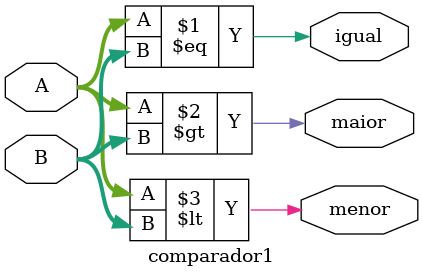
<source format=v>
module comparador1 (A, B, igual, maior, menor);

input [1:0] A, B;
output igual, maior, menor;

assign igual = ( A == B );
assign maior = ( A > B );
assign menor = ( A < B );

endmodule
</source>
